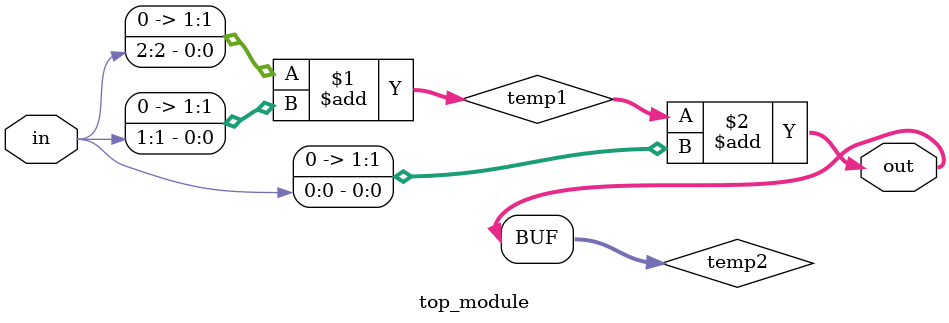
<source format=sv>
module top_module (
    input [2:0] in,
    output [1:0] out
);

wire [1:0] temp1, temp2;

assign temp1 = {1'b0, in[2]} + {1'b0, in[1]};
assign temp2 = temp1 + {1'b0, in[0]};
assign out = temp2;

endmodule

</source>
